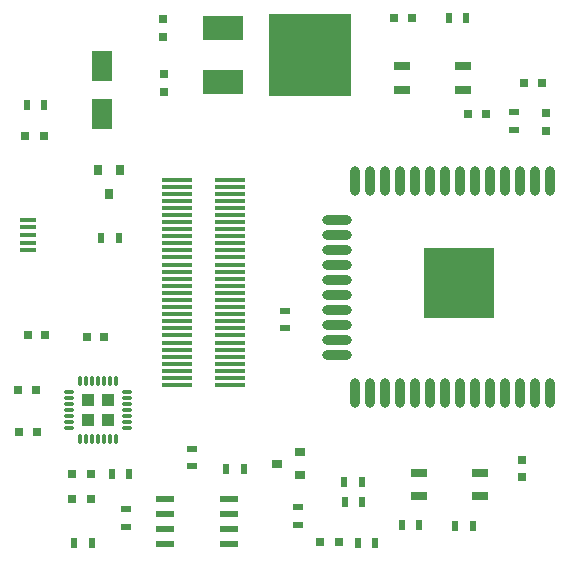
<source format=gtp>
G04 #@! TF.GenerationSoftware,KiCad,Pcbnew,no-vcs-found-7722~57~ubuntu16.04.1*
G04 #@! TF.CreationDate,2017-02-25T15:22:01+01:00*
G04 #@! TF.ProjectId,GhostESP32,47686F737445535033322E6B69636164,rev?*
G04 #@! TF.FileFunction,Paste,Top*
G04 #@! TF.FilePolarity,Positive*
%FSLAX46Y46*%
G04 Gerber Fmt 4.6, Leading zero omitted, Abs format (unit mm)*
G04 Created by KiCad (PCBNEW no-vcs-found-7722~57~ubuntu16.04.1) date Sat Feb 25 15:22:01 2017*
%MOMM*%
%LPD*%
G01*
G04 APERTURE LIST*
%ADD10C,0.100000*%
%ADD11R,0.750000X0.800000*%
%ADD12R,0.800000X0.750000*%
%ADD13R,0.800000X0.800000*%
%ADD14R,1.800000X2.500000*%
%ADD15R,1.350000X0.400000*%
%ADD16R,2.500000X0.350000*%
%ADD17R,0.800000X0.900000*%
%ADD18R,0.900000X0.800000*%
%ADD19R,0.500000X0.900000*%
%ADD20R,0.900000X0.500000*%
%ADD21R,1.450000X0.700000*%
%ADD22R,3.500000X2.000000*%
%ADD23R,7.000000X7.000000*%
%ADD24R,1.550000X0.600000*%
%ADD25O,0.300000X0.850000*%
%ADD26O,0.850000X0.300000*%
%ADD27R,1.005000X1.005000*%
%ADD28O,0.900000X2.500000*%
%ADD29O,2.500000X0.900000*%
%ADD30R,6.000000X6.000000*%
G04 APERTURE END LIST*
D10*
D11*
X138823700Y-77737400D03*
X138823700Y-76237400D03*
X138760200Y-71576500D03*
X138760200Y-73076500D03*
X171145200Y-81077500D03*
X171145200Y-79577500D03*
D12*
X166116700Y-79616300D03*
X164616700Y-79616300D03*
X132295200Y-98552000D03*
X133795200Y-98552000D03*
X169341100Y-76987400D03*
X170841100Y-76987400D03*
X128105600Y-106540300D03*
X126605600Y-106540300D03*
X128804100Y-98374200D03*
X127304100Y-98374200D03*
X128004000Y-102984300D03*
X126504000Y-102984300D03*
D11*
X169151300Y-110389100D03*
X169151300Y-108889100D03*
D12*
X159842900Y-71462900D03*
X158342900Y-71462900D03*
D13*
X128663700Y-81483200D03*
X127063700Y-81483200D03*
D14*
X133616700Y-75597000D03*
X133616700Y-79597000D03*
D13*
X132676800Y-110070900D03*
X131076800Y-110070900D03*
X132676800Y-112268000D03*
X131076800Y-112268000D03*
D15*
X127308600Y-88565200D03*
X127308600Y-89215200D03*
X127308600Y-89865200D03*
X127308600Y-90515200D03*
X127308600Y-91165200D03*
D16*
X144439200Y-94178400D03*
X144439200Y-94778400D03*
X144439200Y-95378400D03*
X144439200Y-95978400D03*
X144439200Y-96578400D03*
X144439200Y-97178400D03*
X144439200Y-97778400D03*
X144439200Y-98378400D03*
X144439200Y-98978400D03*
X144439200Y-99578400D03*
X144439200Y-100178400D03*
X144439200Y-100778400D03*
X144439200Y-101378400D03*
X144439200Y-101978400D03*
X144439200Y-102578400D03*
X144439200Y-93578400D03*
X144439200Y-92978400D03*
X144439200Y-92378400D03*
X144439200Y-91778400D03*
X144439200Y-91178400D03*
X144439200Y-90578400D03*
X144439200Y-89978400D03*
X144439200Y-89378400D03*
X144439200Y-88778400D03*
X144439200Y-88178400D03*
X144439200Y-87578400D03*
X144439200Y-86978400D03*
X144439200Y-86378400D03*
X144439200Y-85778400D03*
X144439200Y-85178400D03*
X139939200Y-94178400D03*
X139939200Y-94778400D03*
X139939200Y-95378400D03*
X139939200Y-95978400D03*
X139939200Y-96578400D03*
X139939200Y-97178400D03*
X139939200Y-97778400D03*
X139939200Y-98378400D03*
X139939200Y-98978400D03*
X139939200Y-99578400D03*
X139939200Y-100178400D03*
X139939200Y-100778400D03*
X139939200Y-101978400D03*
X139939200Y-102578400D03*
X139939200Y-101378400D03*
X139939200Y-93578400D03*
X139939200Y-92978400D03*
X139939200Y-91178400D03*
X139939200Y-92378400D03*
X139939200Y-91778400D03*
X139939200Y-90578400D03*
X139939200Y-88178400D03*
X139939200Y-89378400D03*
X139939200Y-89978400D03*
X139939200Y-88778400D03*
X139939200Y-85778400D03*
X139939200Y-86978400D03*
X139939200Y-86378400D03*
X139939200Y-85178400D03*
X139939200Y-87578400D03*
D17*
X135112800Y-84407500D03*
X133212800Y-84407500D03*
X134162800Y-86407500D03*
D18*
X150390100Y-110182700D03*
X150390100Y-108282700D03*
X148390100Y-109232700D03*
D19*
X128702500Y-78905100D03*
X127202500Y-78905100D03*
X135027100Y-90119200D03*
X133527100Y-90119200D03*
X145631600Y-109728000D03*
X144131600Y-109728000D03*
X154139200Y-112522000D03*
X155639200Y-112522000D03*
X154088400Y-110794800D03*
X155588400Y-110794800D03*
D20*
X141249400Y-109474700D03*
X141249400Y-107974700D03*
X150190200Y-114427700D03*
X150190200Y-112927700D03*
D19*
X134416100Y-110147100D03*
X135916100Y-110147100D03*
D20*
X168452800Y-79449800D03*
X168452800Y-80949800D03*
D19*
X131228400Y-115976400D03*
X132728400Y-115976400D03*
D20*
X135585200Y-113080100D03*
X135585200Y-114580100D03*
X149098000Y-97778000D03*
X149098000Y-96278000D03*
D19*
X160465200Y-114452400D03*
X158965200Y-114452400D03*
X163486400Y-114503200D03*
X164986400Y-114503200D03*
X164440300Y-71526400D03*
X162940300Y-71526400D03*
D21*
X165592200Y-109998000D03*
X160442200Y-109998000D03*
X160442200Y-111998000D03*
X165592200Y-111998000D03*
X159032500Y-77593700D03*
X164182500Y-77593700D03*
X164182500Y-75593700D03*
X159032500Y-75593700D03*
D22*
X143831600Y-72376000D03*
X143831600Y-76956000D03*
D23*
X151231600Y-74676000D03*
D24*
X138930400Y-112191800D03*
X138930400Y-113461800D03*
X138930400Y-114731800D03*
X138930400Y-116001800D03*
X144330400Y-116001800D03*
X144330400Y-114731800D03*
X144330400Y-113461800D03*
X144330400Y-112191800D03*
D25*
X134748400Y-102248800D03*
X134248400Y-102248800D03*
X133748400Y-102248800D03*
X133248400Y-102248800D03*
X132748400Y-102248800D03*
X132248400Y-102248800D03*
X131748400Y-102248800D03*
D26*
X130798400Y-103198800D03*
X130798400Y-103698800D03*
X130798400Y-104198800D03*
X130798400Y-104698800D03*
X130798400Y-105198800D03*
X130798400Y-105698800D03*
X130798400Y-106198800D03*
D25*
X131748400Y-107148800D03*
X132248400Y-107148800D03*
X132748400Y-107148800D03*
X133248400Y-107148800D03*
X133748400Y-107148800D03*
X134248400Y-107148800D03*
X134748400Y-107148800D03*
D26*
X135698400Y-106198800D03*
X135698400Y-105698800D03*
X135698400Y-105198800D03*
X135698400Y-104698800D03*
X135698400Y-104198800D03*
X135698400Y-103698800D03*
X135698400Y-103198800D03*
D27*
X132410900Y-105536300D03*
X134085900Y-105536300D03*
X132410900Y-103861300D03*
X134085900Y-103861300D03*
D28*
X171530000Y-103280000D03*
X170260000Y-103280000D03*
X168990000Y-103280000D03*
X167720000Y-103280000D03*
X166450000Y-103280000D03*
X165180000Y-103280000D03*
X163910000Y-103280000D03*
X162640000Y-103280000D03*
X161370000Y-103280000D03*
X160100000Y-103280000D03*
X158830000Y-103280000D03*
X157560000Y-103280000D03*
X156290000Y-103280000D03*
X155020000Y-103280000D03*
D29*
X153530000Y-99995000D03*
X153530000Y-98725000D03*
X153530000Y-97455000D03*
X153530000Y-96185000D03*
X153530000Y-94915000D03*
X153530000Y-93645000D03*
X153530000Y-92375000D03*
X153530000Y-91105000D03*
X153530000Y-89835000D03*
X153530000Y-88565000D03*
D28*
X155020000Y-85280000D03*
X156290000Y-85280000D03*
X157560000Y-85280000D03*
X158830000Y-85280000D03*
X160100000Y-85280000D03*
X161370000Y-85280000D03*
X162640000Y-85280000D03*
X163910000Y-85280000D03*
X165180000Y-85280000D03*
X166450000Y-85280000D03*
X167720000Y-85280000D03*
X168990000Y-85280000D03*
X170260000Y-85280000D03*
X171530000Y-85280000D03*
D30*
X163830000Y-93980000D03*
D13*
X153619100Y-115900200D03*
X152019100Y-115900200D03*
D19*
X155244100Y-115925600D03*
X156744100Y-115925600D03*
M02*

</source>
